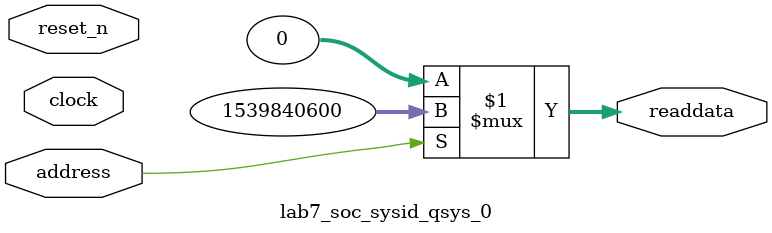
<source format=v>



// synthesis translate_off
`timescale 1ns / 1ps
// synthesis translate_on

// turn off superfluous verilog processor warnings 
// altera message_level Level1 
// altera message_off 10034 10035 10036 10037 10230 10240 10030 

module lab7_soc_sysid_qsys_0 (
               // inputs:
                address,
                clock,
                reset_n,

               // outputs:
                readdata
             )
;

  output  [ 31: 0] readdata;
  input            address;
  input            clock;
  input            reset_n;

  wire    [ 31: 0] readdata;
  //control_slave, which is an e_avalon_slave
  assign readdata = address ? 1539840600 : 0;

endmodule



</source>
